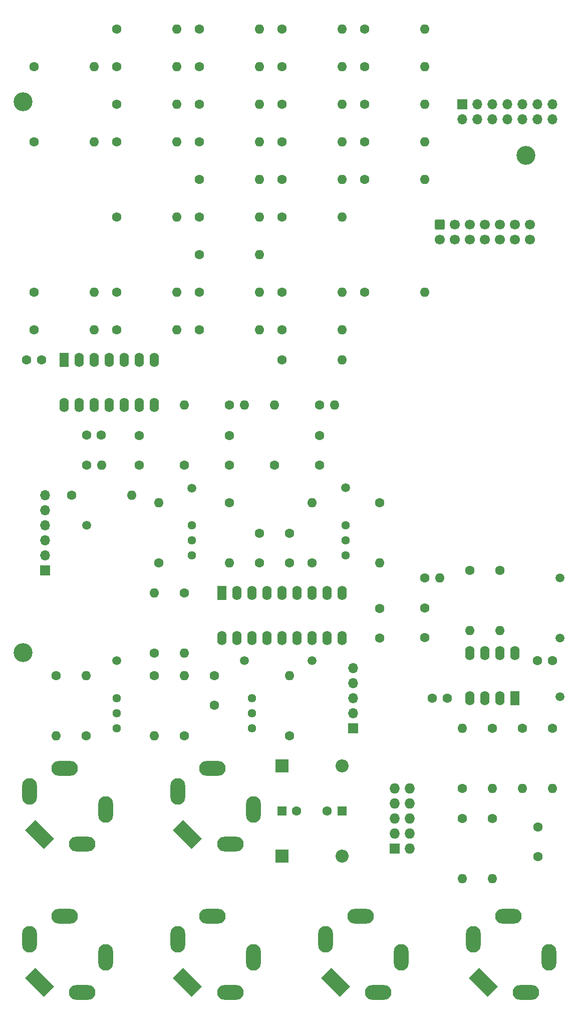
<source format=gts>
G04 #@! TF.GenerationSoftware,KiCad,Pcbnew,7.0.2-6a45011f42~172~ubuntu22.04.1*
G04 #@! TF.CreationDate,2023-05-05T21:08:13-04:00*
G04 #@! TF.ProjectId,pmf_B1,706d665f-4231-42e6-9b69-6361645f7063,rev?*
G04 #@! TF.SameCoordinates,Original*
G04 #@! TF.FileFunction,Soldermask,Top*
G04 #@! TF.FilePolarity,Negative*
%FSLAX46Y46*%
G04 Gerber Fmt 4.6, Leading zero omitted, Abs format (unit mm)*
G04 Created by KiCad (PCBNEW 7.0.2-6a45011f42~172~ubuntu22.04.1) date 2023-05-05 21:08:13*
%MOMM*%
%LPD*%
G01*
G04 APERTURE LIST*
G04 Aperture macros list*
%AMRoundRect*
0 Rectangle with rounded corners*
0 $1 Rounding radius*
0 $2 $3 $4 $5 $6 $7 $8 $9 X,Y pos of 4 corners*
0 Add a 4 corners polygon primitive as box body*
4,1,4,$2,$3,$4,$5,$6,$7,$8,$9,$2,$3,0*
0 Add four circle primitives for the rounded corners*
1,1,$1+$1,$2,$3*
1,1,$1+$1,$4,$5*
1,1,$1+$1,$6,$7*
1,1,$1+$1,$8,$9*
0 Add four rect primitives between the rounded corners*
20,1,$1+$1,$2,$3,$4,$5,0*
20,1,$1+$1,$4,$5,$6,$7,0*
20,1,$1+$1,$6,$7,$8,$9,0*
20,1,$1+$1,$8,$9,$2,$3,0*%
%AMRotRect*
0 Rectangle, with rotation*
0 The origin of the aperture is its center*
0 $1 length*
0 $2 width*
0 $3 Rotation angle, in degrees counterclockwise*
0 Add horizontal line*
21,1,$1,$2,0,0,$3*%
G04 Aperture macros list end*
%ADD10R,1.700000X1.700000*%
%ADD11O,1.700000X1.700000*%
%ADD12O,2.500000X4.500001*%
%ADD13O,4.500001X2.500001*%
%ADD14RotRect,4.500001X2.500001X315.000000*%
%ADD15O,4.500000X2.500000*%
%ADD16O,2.500000X4.500000*%
%ADD17C,3.200000*%
%ADD18C,1.500000*%
%ADD19C,1.600000*%
%ADD20O,1.600000X1.600000*%
%ADD21C,1.440000*%
%ADD22R,1.600000X2.400000*%
%ADD23O,1.600000X2.400000*%
%ADD24R,1.600000X1.600000*%
%ADD25R,2.200000X2.200000*%
%ADD26O,2.200000X2.200000*%
%ADD27R,1.727200X1.727200*%
%ADD28O,1.727200X1.727200*%
%ADD29RoundRect,0.250000X-0.600000X0.600000X-0.600000X-0.600000X0.600000X-0.600000X0.600000X0.600000X0*%
%ADD30C,1.700000*%
G04 APERTURE END LIST*
D10*
G04 #@! TO.C,J2*
X160730000Y-136830000D03*
D11*
X160730000Y-134290000D03*
X160730000Y-131750000D03*
X160730000Y-129210000D03*
X160730000Y-126670000D03*
G04 #@! TD*
D10*
G04 #@! TO.C,J1*
X108660000Y-110160000D03*
D11*
X108660000Y-107620000D03*
X108660000Y-105080000D03*
X108660000Y-102540000D03*
X108660000Y-100000000D03*
X108660000Y-97460000D03*
G04 #@! TD*
D12*
G04 #@! TO.C,J5*
X118900000Y-150500000D03*
D13*
X115000000Y-156400000D03*
D14*
X107760000Y-154740000D03*
D15*
X112000000Y-143600000D03*
D16*
X106100000Y-147500000D03*
G04 #@! TD*
D12*
G04 #@! TO.C,J7*
X143900000Y-175500000D03*
D13*
X140000000Y-181400000D03*
D14*
X132760000Y-179740000D03*
D15*
X137000000Y-168600000D03*
D16*
X131100000Y-172500000D03*
G04 #@! TD*
D12*
G04 #@! TO.C,J8*
X143900000Y-150500000D03*
D13*
X140000000Y-156400000D03*
D14*
X132760000Y-154740000D03*
D15*
X137000000Y-143600000D03*
D16*
X131100000Y-147500000D03*
G04 #@! TD*
D12*
G04 #@! TO.C,J6*
X118900000Y-175500000D03*
D13*
X115000000Y-181400000D03*
D14*
X107760000Y-179740000D03*
D15*
X112000000Y-168600000D03*
D16*
X106100000Y-172500000D03*
G04 #@! TD*
D12*
G04 #@! TO.C,J9*
X168900000Y-175500000D03*
D13*
X165000000Y-181400000D03*
D14*
X157760000Y-179740000D03*
D15*
X162000000Y-168600000D03*
D16*
X156100000Y-172500000D03*
G04 #@! TD*
D17*
G04 #@! TO.C,H2*
X190000000Y-40000000D03*
G04 #@! TD*
G04 #@! TO.C,H1*
X105000000Y-31000000D03*
G04 #@! TD*
G04 #@! TO.C,H3*
X105000000Y-124000000D03*
G04 #@! TD*
D12*
G04 #@! TO.C,J12*
X193900000Y-175500000D03*
D13*
X190000000Y-181400000D03*
D14*
X182760000Y-179740000D03*
D15*
X187000000Y-168600000D03*
D16*
X181100000Y-172500000D03*
G04 #@! TD*
D18*
G04 #@! TO.C,TP1*
X115710000Y-102550000D03*
G04 #@! TD*
D19*
G04 #@! TO.C,R15*
X184290000Y-136830000D03*
D20*
X184290000Y-146990000D03*
G04 #@! TD*
D19*
G04 #@! TO.C,C4*
X139840000Y-92380000D03*
X139840000Y-87380000D03*
G04 #@! TD*
G04 #@! TO.C,R3*
X153810000Y-108890000D03*
D20*
X153810000Y-98730000D03*
G04 #@! TD*
D18*
G04 #@! TO.C,TP2*
X133490000Y-96270000D03*
G04 #@! TD*
D19*
G04 #@! TO.C,R10*
X165240000Y-98730000D03*
D20*
X165240000Y-108890000D03*
G04 #@! TD*
D19*
G04 #@! TO.C,C3*
X144920000Y-108890000D03*
X144920000Y-103890000D03*
G04 #@! TD*
G04 #@! TO.C,C2*
X124600000Y-92380000D03*
X124600000Y-87380000D03*
G04 #@! TD*
G04 #@! TO.C,R6*
X147460000Y-92380000D03*
D20*
X147460000Y-82220000D03*
G04 #@! TD*
D19*
G04 #@! TO.C,R22*
X106820000Y-25070000D03*
D20*
X116980000Y-25070000D03*
G04 #@! TD*
D19*
G04 #@! TO.C,R45*
X148730000Y-25070000D03*
D20*
X158890000Y-25070000D03*
G04 #@! TD*
D19*
G04 #@! TO.C,R19*
X106820000Y-69520000D03*
D20*
X116980000Y-69520000D03*
G04 #@! TD*
D19*
G04 #@! TO.C,R55*
X185560000Y-110160000D03*
D20*
X185560000Y-120320000D03*
G04 #@! TD*
D19*
G04 #@! TO.C,R43*
X148730000Y-37770000D03*
D20*
X158890000Y-37770000D03*
G04 #@! TD*
D19*
G04 #@! TO.C,R40*
X148730000Y-63170000D03*
D20*
X158890000Y-63170000D03*
G04 #@! TD*
D19*
G04 #@! TO.C,R13*
X132220000Y-138050000D03*
D20*
X132220000Y-127890000D03*
G04 #@! TD*
D18*
G04 #@! TO.C,TP3*
X159525000Y-96190000D03*
G04 #@! TD*
D19*
G04 #@! TO.C,R12*
X194450000Y-136830000D03*
D20*
X194450000Y-146990000D03*
G04 #@! TD*
D18*
G04 #@! TO.C,TP8*
X195720000Y-121590000D03*
G04 #@! TD*
D19*
G04 #@! TO.C,R11*
X127140000Y-124130000D03*
D20*
X127140000Y-113970000D03*
G04 #@! TD*
D19*
G04 #@! TO.C,R9*
X110590000Y-127950000D03*
D20*
X110590000Y-138110000D03*
G04 #@! TD*
D19*
G04 #@! TO.C,R75*
X115710000Y-92380000D03*
D20*
X118250000Y-92380000D03*
G04 #@! TD*
D19*
G04 #@! TO.C,R8*
X115670000Y-138110000D03*
D20*
X115670000Y-127950000D03*
G04 #@! TD*
D19*
G04 #@! TO.C,C9*
X192000000Y-153500000D03*
X192000000Y-158500000D03*
G04 #@! TD*
G04 #@! TO.C,R77*
X155080000Y-82220000D03*
D20*
X157620000Y-82220000D03*
G04 #@! TD*
D19*
G04 #@! TO.C,C20*
X115710000Y-87300000D03*
X118210000Y-87300000D03*
G04 #@! TD*
G04 #@! TO.C,R2*
X132220000Y-92380000D03*
D20*
X132220000Y-82220000D03*
G04 #@! TD*
D19*
G04 #@! TO.C,R54*
X180480000Y-110160000D03*
D20*
X180480000Y-120320000D03*
G04 #@! TD*
D21*
G04 #@! TO.C,RV4*
X143650000Y-131740000D03*
X143650000Y-134280000D03*
X143650000Y-136820000D03*
G04 #@! TD*
D19*
G04 #@! TO.C,R18*
X179210000Y-146990000D03*
D20*
X179210000Y-136830000D03*
G04 #@! TD*
D19*
G04 #@! TO.C,R42*
X120790000Y-37770000D03*
D20*
X130950000Y-37770000D03*
G04 #@! TD*
D19*
G04 #@! TO.C,R1*
X127950000Y-108900000D03*
D20*
X127950000Y-98740000D03*
G04 #@! TD*
D19*
G04 #@! TO.C,R47*
X134760000Y-63170000D03*
D20*
X144920000Y-63170000D03*
G04 #@! TD*
D21*
G04 #@! TO.C,RV1*
X133490000Y-102540000D03*
X133490000Y-105080000D03*
X133490000Y-107620000D03*
G04 #@! TD*
D19*
G04 #@! TO.C,R78*
X172860000Y-111430000D03*
D20*
X175400000Y-111430000D03*
G04 #@! TD*
D19*
G04 #@! TO.C,R30*
X148730000Y-18720000D03*
D20*
X158890000Y-18720000D03*
G04 #@! TD*
D22*
G04 #@! TO.C,U2*
X188100000Y-131750000D03*
D23*
X185560000Y-131750000D03*
X183020000Y-131750000D03*
X180480000Y-131750000D03*
X180480000Y-124130000D03*
X183020000Y-124130000D03*
X185560000Y-124130000D03*
X188100000Y-124130000D03*
G04 #@! TD*
D19*
G04 #@! TO.C,R23*
X120790000Y-69520000D03*
D20*
X130950000Y-69520000D03*
G04 #@! TD*
D19*
G04 #@! TO.C,R17*
X189370000Y-136830000D03*
D20*
X189370000Y-146990000D03*
G04 #@! TD*
D19*
G04 #@! TO.C,R50*
X134760000Y-37770000D03*
D20*
X144920000Y-37770000D03*
G04 #@! TD*
D19*
G04 #@! TO.C,R16*
X132220000Y-113960000D03*
D20*
X132220000Y-124120000D03*
G04 #@! TD*
D19*
G04 #@! TO.C,R48*
X162700000Y-63170000D03*
D20*
X172860000Y-63170000D03*
G04 #@! TD*
D19*
G04 #@! TO.C,R26*
X148730000Y-44120000D03*
D20*
X158890000Y-44120000D03*
G04 #@! TD*
D24*
G04 #@! TO.C,C10*
X148730000Y-150800000D03*
D19*
X151230000Y-150800000D03*
G04 #@! TD*
G04 #@! TO.C,C5*
X137300000Y-127930000D03*
X137300000Y-132930000D03*
G04 #@! TD*
G04 #@! TO.C,R56*
X179210000Y-152070000D03*
D20*
X179210000Y-162230000D03*
G04 #@! TD*
D22*
G04 #@! TO.C,U5*
X138580000Y-113980000D03*
D23*
X141120000Y-113980000D03*
X143660000Y-113980000D03*
X146200000Y-113980000D03*
X148740000Y-113980000D03*
X151280000Y-113980000D03*
X153820000Y-113980000D03*
X156360000Y-113980000D03*
X158900000Y-113980000D03*
X158900000Y-121600000D03*
X156360000Y-121600000D03*
X153820000Y-121600000D03*
X151280000Y-121600000D03*
X148740000Y-121600000D03*
X146200000Y-121600000D03*
X143660000Y-121600000D03*
X141120000Y-121600000D03*
X138580000Y-121600000D03*
G04 #@! TD*
D18*
G04 #@! TO.C,TP7*
X195720000Y-111430000D03*
G04 #@! TD*
D19*
G04 #@! TO.C,R21*
X106820000Y-37770000D03*
D20*
X116980000Y-37770000D03*
G04 #@! TD*
D19*
G04 #@! TO.C,C7*
X165240000Y-121550000D03*
X165240000Y-116550000D03*
G04 #@! TD*
G04 #@! TO.C,R53*
X162700000Y-25070000D03*
D20*
X172860000Y-25070000D03*
G04 #@! TD*
D19*
G04 #@! TO.C,C12*
X191950000Y-125400000D03*
X194450000Y-125400000D03*
G04 #@! TD*
G04 #@! TO.C,R37*
X162700000Y-31420000D03*
D20*
X172860000Y-31420000D03*
G04 #@! TD*
D22*
G04 #@! TO.C,U1*
X111900000Y-74600000D03*
D23*
X114440000Y-74600000D03*
X116980000Y-74600000D03*
X119520000Y-74600000D03*
X122060000Y-74600000D03*
X124600000Y-74600000D03*
X127140000Y-74600000D03*
X127140000Y-82220000D03*
X124600000Y-82220000D03*
X122060000Y-82220000D03*
X119520000Y-82220000D03*
X116980000Y-82220000D03*
X114440000Y-82220000D03*
X111900000Y-82220000D03*
G04 #@! TD*
D19*
G04 #@! TO.C,R35*
X134760000Y-44120000D03*
D20*
X144920000Y-44120000D03*
G04 #@! TD*
D19*
G04 #@! TO.C,R34*
X134760000Y-50470000D03*
D20*
X144920000Y-50470000D03*
G04 #@! TD*
D19*
G04 #@! TO.C,R44*
X120790000Y-25070000D03*
D20*
X130950000Y-25070000D03*
G04 #@! TD*
D19*
G04 #@! TO.C,R46*
X148730000Y-74600000D03*
D20*
X158890000Y-74600000D03*
G04 #@! TD*
D21*
G04 #@! TO.C,RV3*
X120790000Y-131740000D03*
X120790000Y-134280000D03*
X120790000Y-136820000D03*
G04 #@! TD*
D19*
G04 #@! TO.C,R76*
X139840000Y-82220000D03*
D20*
X142380000Y-82220000D03*
G04 #@! TD*
D19*
G04 #@! TO.C,R38*
X134760000Y-18720000D03*
D20*
X144920000Y-18720000D03*
G04 #@! TD*
D18*
G04 #@! TO.C,TP9*
X195720000Y-131490000D03*
G04 #@! TD*
D19*
G04 #@! TO.C,R29*
X120790000Y-18720000D03*
D20*
X130950000Y-18720000D03*
G04 #@! TD*
D19*
G04 #@! TO.C,R20*
X106820000Y-63170000D03*
D20*
X116980000Y-63170000D03*
G04 #@! TD*
D19*
G04 #@! TO.C,C13*
X174170000Y-131750000D03*
X176670000Y-131750000D03*
G04 #@! TD*
G04 #@! TO.C,R24*
X120790000Y-63170000D03*
D20*
X130950000Y-63170000D03*
G04 #@! TD*
D19*
G04 #@! TO.C,R31*
X148730000Y-69520000D03*
D20*
X158890000Y-69520000D03*
G04 #@! TD*
D19*
G04 #@! TO.C,R36*
X134760000Y-31420000D03*
D20*
X144920000Y-31420000D03*
G04 #@! TD*
D10*
G04 #@! TO.C,J16*
X179210000Y-31420000D03*
D11*
X179210000Y-33960000D03*
X181750000Y-31420000D03*
X181750000Y-33960000D03*
X184290000Y-31420000D03*
X184290000Y-33960000D03*
X186830000Y-31420000D03*
X186830000Y-33960000D03*
X189370000Y-31420000D03*
X189370000Y-33960000D03*
X191910000Y-31420000D03*
X191910000Y-33960000D03*
X194450000Y-31420000D03*
X194450000Y-33960000D03*
G04 #@! TD*
D19*
G04 #@! TO.C,R7*
X113170000Y-97460000D03*
D20*
X123330000Y-97460000D03*
G04 #@! TD*
D19*
G04 #@! TO.C,C19*
X108090000Y-74600000D03*
X105590000Y-74600000D03*
G04 #@! TD*
D25*
G04 #@! TO.C,D2*
X148730000Y-158420000D03*
D26*
X158890000Y-158420000D03*
G04 #@! TD*
D19*
G04 #@! TO.C,R27*
X120790000Y-31420000D03*
D20*
X130950000Y-31420000D03*
G04 #@! TD*
D18*
G04 #@! TO.C,TP5*
X120790000Y-125390000D03*
G04 #@! TD*
D27*
G04 #@! TO.C,J10*
X167780000Y-157150000D03*
D28*
X170320000Y-157150000D03*
X167780000Y-154610000D03*
X170320000Y-154610000D03*
X167780000Y-152070000D03*
X170320000Y-152070000D03*
X167780000Y-149530000D03*
X170320000Y-149530000D03*
X167780000Y-146990000D03*
X170320000Y-146990000D03*
G04 #@! TD*
D19*
G04 #@! TO.C,R4*
X150000000Y-138100000D03*
D20*
X150000000Y-127940000D03*
G04 #@! TD*
D19*
G04 #@! TO.C,R41*
X148730000Y-50470000D03*
D20*
X158890000Y-50470000D03*
G04 #@! TD*
D19*
G04 #@! TO.C,R28*
X148730000Y-31420000D03*
D20*
X158890000Y-31420000D03*
G04 #@! TD*
D24*
G04 #@! TO.C,C11*
X158890000Y-150800000D03*
D19*
X156390000Y-150800000D03*
G04 #@! TD*
G04 #@! TO.C,C1*
X150000000Y-108890000D03*
X150000000Y-103890000D03*
G04 #@! TD*
G04 #@! TO.C,R39*
X162700000Y-18720000D03*
D20*
X172860000Y-18720000D03*
G04 #@! TD*
D19*
G04 #@! TO.C,R5*
X139840000Y-98730000D03*
D20*
X139840000Y-108890000D03*
G04 #@! TD*
D21*
G04 #@! TO.C,RV2*
X159525000Y-102530000D03*
X159525000Y-105070000D03*
X159525000Y-107610000D03*
G04 #@! TD*
D19*
G04 #@! TO.C,R51*
X162700000Y-37770000D03*
D20*
X172860000Y-37770000D03*
G04 #@! TD*
D19*
G04 #@! TO.C,R49*
X162700000Y-44120000D03*
D20*
X172860000Y-44120000D03*
G04 #@! TD*
D19*
G04 #@! TO.C,C8*
X172860000Y-121510000D03*
X172860000Y-116510000D03*
G04 #@! TD*
G04 #@! TO.C,C6*
X155080000Y-92380000D03*
X155080000Y-87380000D03*
G04 #@! TD*
G04 #@! TO.C,R57*
X184290000Y-152070000D03*
D20*
X184290000Y-162230000D03*
G04 #@! TD*
D19*
G04 #@! TO.C,R25*
X120790000Y-50470000D03*
D20*
X130950000Y-50470000D03*
G04 #@! TD*
D18*
G04 #@! TO.C,TP6*
X142380000Y-125390000D03*
G04 #@! TD*
D19*
G04 #@! TO.C,R32*
X134760000Y-69520000D03*
D20*
X144920000Y-69520000D03*
G04 #@! TD*
D25*
G04 #@! TO.C,D1*
X148730000Y-143180000D03*
D26*
X158890000Y-143180000D03*
G04 #@! TD*
D18*
G04 #@! TO.C,TP4*
X153810000Y-125400000D03*
G04 #@! TD*
D19*
G04 #@! TO.C,R52*
X134760000Y-25070000D03*
D20*
X144920000Y-25070000D03*
G04 #@! TD*
D19*
G04 #@! TO.C,R14*
X127140000Y-127890000D03*
D20*
X127140000Y-138050000D03*
G04 #@! TD*
D19*
G04 #@! TO.C,R33*
X134760000Y-56820000D03*
D20*
X144920000Y-56820000D03*
G04 #@! TD*
D29*
G04 #@! TO.C,J11*
X175400000Y-51740000D03*
D30*
X175400000Y-54280000D03*
X177940000Y-51740000D03*
X177940000Y-54280000D03*
X180480000Y-51740000D03*
X180480000Y-54280000D03*
X183020000Y-51740000D03*
X183020000Y-54280000D03*
X185560000Y-51740000D03*
X185560000Y-54280000D03*
X188100000Y-51740000D03*
X188100000Y-54280000D03*
X190640000Y-51740000D03*
X190640000Y-54280000D03*
G04 #@! TD*
M02*

</source>
